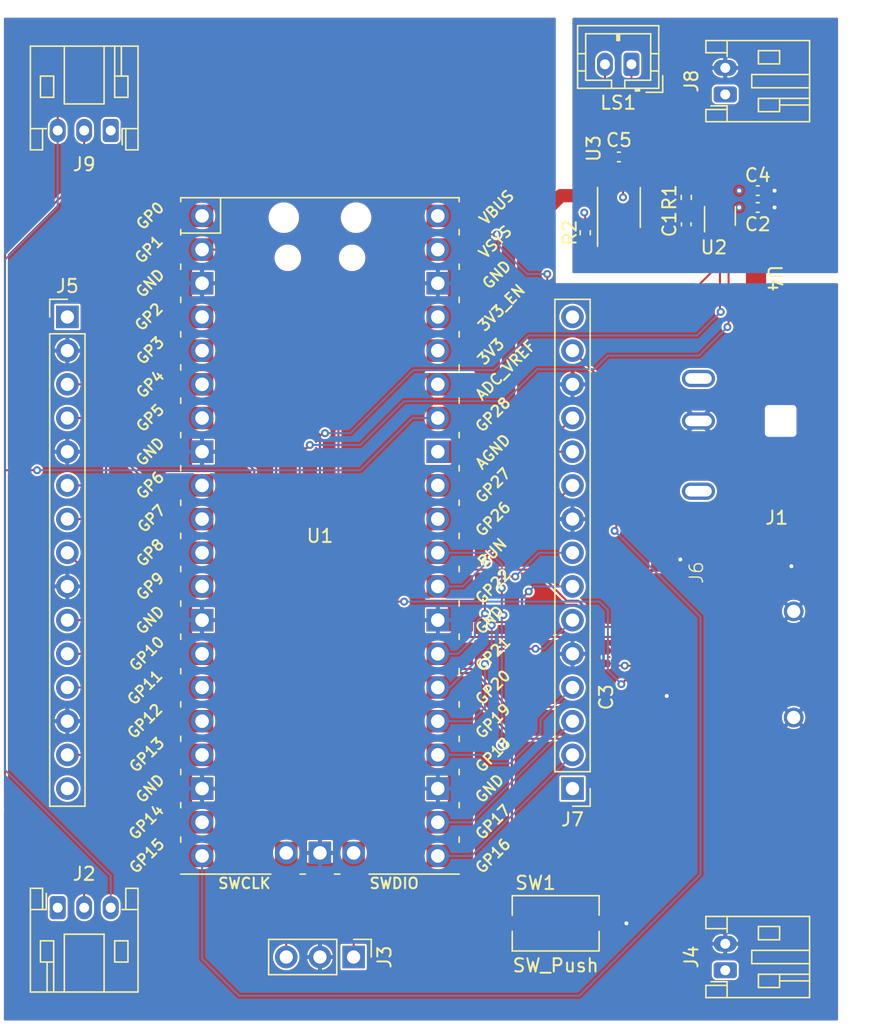
<source format=kicad_pcb>
(kicad_pcb (version 20221018) (generator pcbnew)
  (layers (0 "F.Cu" signal) (1 "In1.Cu" signal) (2 "In2.Cu" signal) (31 "B.Cu" signal) (34 "B.Paste" user) (35 "F.Paste" user) (36 "B.SilkS" user "B.Silkscreen") (37 "F.SilkS" user "F.Silkscreen") (38 "B.Mask" user) (39 "F.Mask" user) (44 "Edge.Cuts" user))
  (net 0 "")
  (net 1 "Net-(U3-IN+)")
  (net 2 "GNDA")
  (net 3 "+3.3V")
  (net 4 "+5V")
  (net 5 "GND")
  (net 7 "/SIG")
  (net 8 "/SWDIO")
  (net 9 "/SWCLK")
  (net 10 "/GP6")
  (net 11 "/GP7")
  (net 12 "/GP8")
  (net 13 "/GP9")
  (net 14 "/GP10")
  (net 15 "/GP11")
  (net 16 "/GP12")
  (net 17 "/GP13")
  (net 18 "/GP27")
  (net 20 "/mSD_CS")
  (net 21 "/SPI_COPI")
  (net 22 "/SPI_CLK")
  (net 23 "/SPI_CIPO")
  (net 25 "/SD_CD")
  (net 26 "/GP14")
  (net 27 "/GP15")
  (net 28 "/GP16")
  (net 29 "/GP17")
  (net 30 "/GP18")
  (net 31 "/GP19")
  (net 32 "/GP20")
  (net 33 "/GP21")
  (net 34 "/GP22")
  (net 35 "/GP26")
  (net 36 "Net-(U3-OUT+)")
  (net 37 "Net-(U3-OUT-)")
  (net 38 "Net-(U2-VOUT)")
  (net 39 "Net-(U3-~{SD})")
  (net 40 "Net-(U1-RUN)")
  (net 41 "/DAC_CS")
  (footprint "Connector_JST:JST_PH_S2B-PH-K_1x02_P2.00mm_Horizontal" (layer "F.Cu") (at 194.4 44.18 90)
    (fp_text reference "J8")
    (fp_text value "pwr_utilR")
  )
  (footprint "Connector_PinHeader_2.54mm:PinHeader_1x15_P2.54mm_Vertical" (layer "F.Cu") (at 182.88 96.52 180)
    (fp_text reference "J7")
    (fp_text value "Conn_01x15")
  )
  (footprint "Connector_JST:JST_PH_S3B-PH-K_1x03_P2.00mm_Horizontal" (layer "F.Cu") (at 148.05 46.9 180)
    (fp_text reference "J9")
    (fp_text value "sig")
  )
  (footprint "Connector_PinHeader_2.54mm:PinHeader_1x15_P2.54mm_Vertical" (layer "F.Cu") (at 144.78 60.96)
    (fp_text reference "J5")
    (fp_text value "Conn_01x15")
  )
  (footprint "Connector_PinHeader_2.54mm:PinHeader_1x03_P2.54mm_Vertical" (layer "F.Cu") (at 166.37 109.22 -90)
    (fp_text reference "J3")
    (fp_text value "swd")
  )
  (footprint "Connector_JST:JST_PH_B2B-PH-K_1x02_P2.00mm_Vertical" (layer "F.Cu") (at 187.325 41.91 180)
    (fp_text reference "LS1")
    (fp_text value "Speaker")
  )
  (footprint "Capacitor_SMD:C_0402_1005Metric" (layer "F.Cu") (at 191.46 53.975 -90)
    (fp_text reference "C1")
    (fp_text value "10n")
  )
  (footprint "JFHsd:GT-TF003-H0185-02" (layer "F.Cu") (at 188.81 94.56 90)
    (fp_text reference "J6")
    (fp_text value "Micro_SD_Card_Det1")
  )
  (footprint "Resistor_SMD:R_0402_1005Metric" (layer "F.Cu") (at 183.84 54.61 90)
    (fp_text reference "R2")
    (fp_text value "10k")
  )
  (footprint "Resistor_SMD:R_0402_1005Metric" (layer "F.Cu") (at 191.46 51.945 90)
    (fp_text reference "R1")
    (fp_text value "10k")
  )
  (footprint "MCU_RaspberryPi_and_Boards:RPi_Pico_SMD_TH" (layer "F.Cu") (at 163.83 77.47)
    (fp_text reference "U1")
    (fp_text value "Pico")
  )
  (footprint "Package_TO_SOT_SMD:Texas_R-PDSO-G6" (layer "F.Cu") (at 194 53.34 90)
    (fp_text reference "U2")
    (fp_text value "DAC8411")
  )
  (footprint "Capacitor_SMD:C_0402_1005Metric" (layer "F.Cu") (at 186.38 48.895 180)
    (fp_text reference "C5")
    (fp_text value "1u")
  )
  (footprint "Capacitor_SMD:C_0402_1005Metric" (layer "F.Cu") (at 196.85 51.435)
    (fp_text reference "C4")
    (fp_text value "1u")
  )
  (footprint "JFH=Connector_DC_Jack:DC-0440-2.5A-2.5" (layer "F.Cu") (at 192.38 68.8 180)
    (fp_text reference "J1")
    (fp_text value "Barrel_Jack_Switch")
    (fp_rect (start -7.1 0.9) (end -5.3 -0.9) (stroke (width 0.001)) (fill none) (layer "Edge.Cuts"))
  )
  (footprint "JFH=Connector_DC_Jack:gndstarpoint" (layer "F.Cu") (at 196.823 58.289 -90)
    (fp_text reference "U4")
    (fp_text value "GND_STARPOINT")
  )
  (footprint "Capacitor_SMD:C_0402_1005Metric" (layer "F.Cu") (at 196.85 52.705)
    (fp_text reference "C2")
    (fp_text value "0.1u")
  )
  (footprint "Connector_JST:JST_PH_S3B-PH-K_1x03_P2.00mm_Horizontal" (layer "F.Cu") (at 144.05 105.5)
    (fp_text reference "J2")
    (fp_text value "sig")
  )
  (footprint "Package_SO:MSOP-8_3x3mm_P0.65mm" (layer "F.Cu") (at 186.38 52.705 90)
    (fp_text reference "U3")
    (fp_text value "PAM8302AAD")
  )
  (footprint "Connector_JST:JST_PH_S2B-PH-K_1x02_P2.00mm_Horizontal" (layer "F.Cu") (at 194.4 110.22 90)
    (fp_text reference "J4")
    (fp_text value "pwr_utilL")
  )
  (footprint "Capacitor_SMD:C_0402_1005Metric" (layer "F.Cu") (at 185.42 86.614 90)
    (fp_text reference "C3")
    (fp_text value "0.1u")
  )
  (footprint "Buttons:PTS636 6.0x3.5 Button" (layer "F.Cu") (at 181.61 106.68)
    (fp_text reference "SW1")
    (fp_text value "SW_Push")
  )
  (gr_rect (start 139.7 38.1) (end 203.2 114.3) (stroke (width 0.001)) (fill none) (layer "Edge.Cuts"))
  (segment (start 190.246 53.086) (end 190.877 52.455) (width 0.2) (layer "F.Cu") (net 1))
  (segment (start 190.655 53.495) (end 190.246 53.086) (width 0.2) (layer "F.Cu") (net 1))
  (segment (start 187.198 53.086) (end 190.246 53.086) (width 0.2) (layer "F.Cu") (net 1))
  (segment (start 186.705 54.8175) (end 186.705 53.579) (width 0.2) (layer "F.Cu") (net 1))
  (segment (start 191.46 53.495) (end 190.655 53.495) (width 0.2) (layer "F.Cu") (net 1))
  (segment (start 190.877 52.455) (end 191.46 52.455) (width 0.2) (layer "F.Cu") (net 1))
  (segment (start 186.705 53.579) (end 187.198 53.086) (width 0.2) (layer "F.Cu") (net 1))
  (segment (start 178.054 55.753) (end 180.4035 53.4035) (width 1) (layer "F.Cu") (net 2))
  (segment (start 146.304 42.672) (end 170.688 42.672) (width 0.15) (layer "F.Cu") (net 2))
  (segment (start 172.72 71.12) (end 176.53 71.12) (width 1) (layer "F.Cu") (net 2))
  (segment (start 176.53 71.12) (end 178.054 69.596) (width 1) (layer "F.Cu") (net 2))
  (segment (start 178.054 69.596) (end 178.054 55.753) (width 1) (layer "F.Cu") (net 2))
  (segment (start 181.991 51.816) (end 183.388 51.816) (width 1) (layer "F.Cu") (net 2))
  (segment (start 180.4035 53.4035) (end 181.991 51.816) (width 1) (layer "F.Cu") (net 2))
  (segment (start 144.05 46.9) (end 144.05 44.926) (width 0.15) (layer "F.Cu") (net 2))
  (segment (start 144.05 44.926) (end 146.304 42.672) (width 0.15) (layer "F.Cu") (net 2))
  (segment (start 180.4035 52.3875) (end 180.4035 53.4035) (width 0.15) (layer "F.Cu") (net 2))
  (segment (start 170.688 42.672) (end 180.4035 52.3875) (width 0.15) (layer "F.Cu") (net 2))
  (via (at 198.12 52.705) (size 0.6) (drill 0.3) (layers "F.Cu" "B.Cu") (net 2))
  (via (at 198.12 51.435) (size 0.6) (drill 0.3) (layers "F.Cu" "B.Cu") (net 2))
  (segment (start 148.05 105.5) (end 148.05 103.092) (width 0.15) (layer "B.Cu") (net 2))
  (segment (start 140.075 56.642) (end 144.05 52.667) (width 0.15) (layer "B.Cu") (net 2))
  (segment (start 140.075 95.117) (end 140.075 56.642) (width 0.15) (layer "B.Cu") (net 2))
  (segment (start 148.05 103.092) (end 140.075 95.117) (width 0.15) (layer "B.Cu") (net 2))
  (segment (start 144.05 52.667) (end 144.05 46.9) (width 0.15) (layer "B.Cu") (net 2))
  (segment (start 186.8678 49.5046) (end 186.86 49.4968) (width 0.15) (layer "F.Cu") (net 3))
  (segment (start 183.84 53.157) (end 183.769 53.086) (width 0.15) (layer "F.Cu") (net 3))
  (segment (start 186.027 87.094) (end 186.182 87.249) (width 0.15) (layer "F.Cu") (net 3))
  (segment (start 185.42 87.094) (end 186.027 87.094) (width 0.15) (layer "F.Cu") (net 3))
  (segment (start 186.705 49.6674) (end 186.8678 49.5046) (width 0.15) (layer "F.Cu") (net 3))
  (segment (start 186.69 51.943) (end 186.69 50.6075) (width 0.15) (layer "F.Cu") (net 3))
  (segment (start 183.84 54.1) (end 183.84 53.157) (width 0.15) (layer "F.Cu") (net 3))
  (segment (start 186.705 50.5925) (end 186.705 49.6674) (width 0.15) (layer "F.Cu") (net 3))
  (segment (start 186.86 49.4968) (end 186.86 48.895) (width 0.15) (layer "F.Cu") (net 3))
  (segment (start 186.817 87.249) (end 186.828 87.26) (width 0.15) (layer "F.Cu") (net 3))
  (segment (start 186.69 50.6075) (end 186.705 50.5925) (width 0.15) (layer "F.Cu") (net 3))
  (segment (start 186.828 87.26) (end 188.56 87.26) (width 0.15) (layer "F.Cu") (net 3))
  (segment (start 186.182 87.249) (end 186.817 87.249) (width 0.15) (layer "F.Cu") (net 3))
  (via (at 195.453 51.435) (size 0.6) (drill 0.3) (layers "F.Cu" "B.Cu") (net 3))
  (via (at 186.69 51.943) (size 0.6) (drill 0.3) (layers "F.Cu" "B.Cu") (net 3))
  (via (at 186.817 87.249) (size 0.6) (drill 0.3) (layers "F.Cu" "B.Cu") (net 3))
  (via (at 183.769 53.086) (size 0.6) (drill 0.3) (layers "F.Cu" "B.Cu") (net 3))
  (via (at 195.453 52.705) (size 0.6) (drill 0.3) (layers "F.Cu" "B.Cu") (net 3))
  (segment (start 163.83 109.22) (end 163.83 101.37) (width 0.15) (layer "F.Cu") (net 5))
  (segment (start 188.635 89.535) (end 188.56 89.46) (width 0.15) (layer "F.Cu") (net 5))
  (segment (start 186.944 106.68) (end 184.9107 106.68) (width 0.15) (layer "F.Cu") (net 5))
  (segment (start 189.992 89.535) (end 188.635 89.535) (width 0.15) (layer "F.Cu") (net 5))
  (via (at 191.008 79.248) (size 0.6) (drill 0.3) (layers "F.Cu" "B.Cu") (net 5))
  (via (at 186.944 106.68) (size 0.6) (drill 0.3) (layers "F.Cu" "B.Cu") (net 5))
  (via (at 189.992 89.535) (size 0.6) (drill 0.3) (layers "F.Cu" "B.Cu") (net 5))
  (via (at 199.39 79.756) (size 0.6) (drill 0.3) (layers "F.Cu" "B.Cu") (net 5))
  (segment (start 142.494 72.517) (end 140.075 72.517) (width 0.15) (layer "F.Cu") (net 7))
  (segment (start 146.05 103.886) (end 140.075 97.911) (width 0.15) (layer "F.Cu") (net 7))
  (segment (start 146.05 105.5) (end 146.05 103.886) (width 0.15) (layer "F.Cu") (net 7))
  (segment (start 140.075 97.911) (end 140.075 72.517) (width 0.15) (layer "F.Cu") (net 7))
  (segment (start 140.075 56.14) (end 146.05 50.165) (width 0.15) (layer "F.Cu") (net 7))
  (segment (start 140.075 72.517) (end 140.075 56.14) (width 0.15) (layer "F.Cu") (net 7))
  (segment (start 146.05 50.165) (end 146.05 46.9) (width 0.15) (layer "F.Cu") (net 7))
  (via (at 142.494 72.517) (size 0.6) (drill 0.3) (layers "F.Cu" "B.Cu") (net 7))
  (segment (start 166.878 72.517) (end 142.494 72.517) (width 0.15) (layer "B.Cu") (net 7))
  (segment (start 170.18 69.215) (end 166.878 72.517) (width 0.15) (layer "B.Cu") (net 7))
  (segment (start 170.815 68.58) (end 170.18 69.215) (width 0.15) (layer "B.Cu") (net 7))
  (segment (start 172.72 68.58) (end 170.815 68.58) (width 0.15) (layer "B.Cu") (net 7))
  (segment (start 166.37 109.22) (end 166.37 101.37) (width 0.15) (layer "F.Cu") (net 8))
  (segment (start 161.29 109.22) (end 161.29 101.37) (width 0.15) (layer "F.Cu") (net 9))
  (segment (start 144.78 66.04) (end 147.066 66.04) (width 0.15) (layer "F.Cu") (net 10))
  (segment (start 147.066 66.04) (end 149.098 68.072) (width 0.15) (layer "F.Cu") (net 10))
  (segment (start 149.098 71.755) (end 151.003 73.66) (width 0.15) (layer "F.Cu") (net 10))
  (segment (start 149.098 68.072) (end 149.098 71.755) (width 0.15) (layer "F.Cu") (net 10))
  (segment (start 151.003 73.66) (end 154.94 73.66) (width 0.15) (layer "F.Cu") (net 10))
  (segment (start 147.701 73.025) (end 150.876 76.2) (width 0.15) (layer "F.Cu") (net 11))
  (segment (start 146.431 68.58) (end 147.701 69.85) (width 0.15) (layer "F.Cu") (net 11))
  (segment (start 147.701 69.85) (end 147.701 73.025) (width 0.15) (layer "F.Cu") (net 11))
  (segment (start 150.876 76.2) (end 154.94 76.2) (width 0.15) (layer "F.Cu") (net 11))
  (segment (start 144.78 68.58) (end 146.431 68.58) (width 0.15) (layer "F.Cu") (net 11))
  (segment (start 148.844 75.565) (end 148.844 77.597) (width 0.15) (layer "F.Cu") (net 12))
  (segment (start 148.844 77.597) (end 149.987 78.74) (width 0.15) (layer "F.Cu") (net 12))
  (segment (start 149.987 78.74) (end 154.94 78.74) (width 0.15) (layer "F.Cu") (net 12))
  (segment (start 146.939 73.66) (end 148.844 75.565) (width 0.15) (layer "F.Cu") (net 12))
  (segment (start 144.78 73.66) (end 146.939 73.66) (width 0.15) (layer "F.Cu") (net 12))
  (segment (start 149.098 81.28) (end 154.94 81.28) (width 0.15) (layer "F.Cu") (net 13))
  (segment (start 147.701 79.883) (end 149.098 81.28) (width 0.15) (layer "F.Cu") (net 13))
  (segment (start 144.78 76.2) (end 146.304 76.2) (width 0.15) (layer "F.Cu") (net 13))
  (segment (start 146.304 76.2) (end 147.701 77.597) (width 0.15) (layer "F.Cu") (net 13))
  (segment (start 147.701 77.597) (end 147.701 79.883) (width 0.15) (layer "F.Cu") (net 13))
  (segment (start 154.94 86.36) (end 152.4 86.36) (width 0.15) (layer "F.Cu") (net 14))
  (segment (start 152.4 86.36) (end 144.78 78.74) (width 0.15) (layer "F.Cu") (net 14))
  (segment (start 151.13 88.9) (end 146.05 83.82) (width 0.15) (layer "F.Cu") (net 15))
  (segment (start 146.05 83.82) (end 144.78 83.82) (width 0.15) (layer "F.Cu") (net 15))
  (segment (start 154.94 88.9) (end 151.13 88.9) (width 0.15) (layer "F.Cu") (net 15))
  (segment (start 154.94 91.44) (end 151.765 91.44) (width 0.15) (layer "F.Cu") (net 16))
  (segment (start 151.765 91.44) (end 146.685 86.36) (width 0.15) (layer "F.Cu") (net 16))
  (segment (start 146.685 86.36) (end 144.78 86.36) (width 0.15) (layer "F.Cu") (net 16))
  (segment (start 145.923 88.9) (end 144.78 88.9) (width 0.15) (layer "F.Cu") (net 17))
  (segment (start 154.94 93.98) (end 151.003 93.98) (width 0.15) (layer "F.Cu") (net 17))
  (segment (start 151.003 93.98) (end 145.923 88.9) (width 0.15) (layer "F.Cu") (net 17))
  (segment (start 176.911 73.66) (end 178.054 72.517) (width 0.15) (layer "F.Cu") (net 18))
  (segment (start 178.054 72.517) (end 178.943 72.517) (width 0.15) (layer "F.Cu") (net 18))
  (segment (start 172.72 73.66) (end 176.911 73.66) (width 0.15) (layer "F.Cu") (net 18))
  (segment (start 178.943 72.517) (end 182.88 68.58) (width 0.15) (layer "F.Cu") (net 18))
  (segment (start 188.56 85.06) (end 188.11 85.06) (width 0.15) (layer "F.Cu") (net 20))
  (segment (start 185.293 84.328) (end 183.32 82.355) (width 0.15) (layer "F.Cu") (net 20))
  (segment (start 165.227 78.486) (end 165.227 63.246) (width 0.15) (layer "F.Cu") (net 20))
  (segment (start 166.751 80.01) (end 165.227 78.486) (width 0.15) (layer "F.Cu") (net 20))
  (segment (start 157.861 55.88) (end 154.94 55.88) (width 0.15) (layer "F.Cu") (net 20))
  (segment (start 182.43472 82.355) (end 180.08972 80.01) (width 0.15) (layer "F.Cu") (net 20))
  (segment (start 180.08972 80.01) (end 166.751 80.01) (width 0.15) (layer "F.Cu") (net 20))
  (segment (start 188.11 85.06) (end 187.378 84.328) (width 0.15) (layer "F.Cu") (net 20))
  (segment (start 165.227 63.246) (end 157.861 55.88) (width 0.15) (layer "F.Cu") (net 20))
  (segment (start 183.32 82.355) (end 182.43472 82.355) (width 0.15) (layer "F.Cu") (net 20))
  (segment (start 187.378 84.328) (end 185.293 84.328) (width 0.15) (layer "F.Cu") (net 20))
  (segment (start 162.306 70.866) (end 162.306 81.534) (width 0.15) (layer "F.Cu") (net 21))
  (segment (start 186.436 85.09) (end 187.506 86.16) (width 0.15) (layer "F.Cu") (net 21))
  (segment (start 187.506 86.16) (end 188.56 86.16) (width 0.15) (layer "F.Cu") (net 21))
  (segment (start 194.65 61.636) (end 194.65 54.44) (width 0.15) (layer "F.Cu") (net 21))
  (segment (start 162.814 70.866) (end 163.068 70.612) (width 0.15) (layer "F.Cu") (net 21))
  (segment (start 194.564 61.722) (end 194.65 61.636) (width 0.15) (layer "F.Cu") (net 21))
  (segment (start 154.94 63.5) (end 162.306 70.866) (width 0.15) (layer "F.Cu") (net 21))
  (segment (start 165.862 85.09) (end 186.436 85.09) (width 0.15) (layer "F.Cu") (net 21))
  (segment (start 162.306 70.866) (end 162.814 70.866) (width 0.15) (layer "F.Cu") (net 21))
  (segment (start 162.306 81.534) (end 165.862 85.09) (width 0.15) (layer "F.Cu") (net 21))
  (via (at 163.068 70.612) (size 0.6) (drill 0.3) (layers "F.Cu" "B.Cu") (net 21))
  (via (at 194.564 61.722) (size 0.6) (drill 0.3) (layers "F.Cu" "B.Cu") (net 21))
  (segment (start 170.18 67.31) (end 166.878 70.612) (width 0.15) (layer "B.Cu") (net 21))
  (segment (start 180.213 64.897) (end 177.8 67.31) (width 0.15) (layer "B.Cu") (net 21))
  (segment (start 185.547 63.881) (end 184.531 64.897) (width 0.15) (layer "B.Cu") (net 21))
  (segment (start 194.564 61.722) (end 192.405 63.881) (width 0.15) (layer "B.Cu") (net 21))
  (segment (start 192.405 63.881) (end 185.547 63.881) (width 0.15) (layer "B.Cu") (net 21))
  (segment (start 184.531 64.897) (end 180.213 64.897) (width 0.15) (layer "B.Cu") (net 21))
  (segment (start 177.8 67.31) (end 170.18 67.31) (width 0.15) (layer "B.Cu") (net 21))
  (segment (start 166.878 70.612) (end 163.068 70.612) (width 0.15) (layer "B.Cu") (net 21))
  (segment (start 194.056 60.579) (end 194 60.523) (width 0.15) (layer "F.Cu") (net 22))
  (segment (start 163.83 69.85) (end 164.084 69.85) (width 0.15) (layer "F.Cu") (net 22))
  (segment (start 154.94 60.96) (end 163.83 69.85) (width 0.15) (layer "F.Cu") (net 22))
  (segment (start 163.83 69.85) (end 163.83 77.343) (width 0.15) (layer "F.Cu") (net 22))
  (segment (start 164.084 69.85) (end 164.211 69.723) (width 0.15) (layer "F.Cu") (net 22))
  (segment (start 163.83 79.883) (end 166.37 82.423) (width 0.15) (layer "F.Cu") (net 22))
  (segment (start 186.849 88.36) (end 188.56 88.36) (width 0.15) (layer "F.Cu") (net 22))
  (segment (start 194 60.523) (end 194 54.44) (width 0.15) (layer "F.Cu") (net 22))
  (segment (start 166.37 82.423) (end 170.18 82.423) (width 0.15) (layer "F.Cu") (net 22))
  (segment (start 163.83 77.343) (end 163.83 79.883) (width 0.15) (layer "F.Cu") (net 22))
  (segment (start 186.563 88.646) (end 186.849 88.36) (width 0.15) (layer "F.Cu") (net 22))
  (via (at 194.056 60.579) (size 0.6) (drill 0.3) (layers "F.Cu" "B.Cu") (net 22))
  (via (at 164.211 69.723) (size 0.6) (drill 0.3) (layers "F.Cu" "B.Cu") (net 22))
  (via (at 170.18 82.423) (size 0.6) (drill 0.3) (layers "F.Cu" "B.Cu") (net 22))
  (via (at 186.563 88.646) (size 0.6) (drill 0.3) (layers "F.Cu" "B.Cu") (net 22))
  (segment (start 184.912 82.423) (end 185.547 83.058) (width 0.15) (layer "B.Cu") (net 22))
  (segment (start 176.97 64.965) (end 179.578 62.357) (width 0.15) (layer "B.Cu") (net 22))
  (segment (start 179.578 62.357) (end 192.278 62.357) (width 0.15) (layer "B.Cu") (net 22))
  (segment (start 185.547 83.058) (end 185.547 87.63) (width 0.15) (layer "B.Cu") (net 22))
  (segment (start 170.874 64.965) (end 176.97 64.965) (width 0.15) (layer "B.Cu") (net 22))
  (segment (start 192.278 62.357) (end 194.056 60.579) (width 0.15) (layer "B.Cu") (net 22))
  (segment (start 185.547 87.63) (end 186.563 88.646) (width 0.15) (layer "B.Cu") (net 22))
  (segment (start 170.18 82.423) (end 184.912 82.423) (width 0.15) (layer "B.Cu") (net 22))
  (segment (start 166.116 69.723) (end 170.874 64.965) (width 0.15) (layer "B.Cu") (net 22))
  (segment (start 164.211 69.723) (end 166.116 69.723) (width 0.15) (layer "B.Cu") (net 22))
  (segment (start 185.996 90.365) (end 186.191 90.56) (width 0.15) (layer "F.Cu") (net 23))
  (segment (start 177.995 90.365) (end 185.996 90.365) (width 0.15) (layer "F.Cu") (net 23))
  (segment (start 160.528 83.058) (end 164.973 87.503) (width 0.15) (layer "F.Cu") (net 23))
  (segment (start 164.973 87.503) (end 175.273 87.503) (width 0.15) (layer "F.Cu") (net 23))
  (segment (start 160.528 71.628) (end 160.528 83.058) (width 0.15) (layer "F.Cu") (net 23))
  (segment (start 186.191 90.56) (end 188.56 90.56) (width 0.15) (layer "F.Cu") (net 23))
  (segment (start 154.94 66.04) (end 160.528 71.628) (width 0.15) (layer "F.Cu") (net 23))
  (segment (start 176.53 88.76) (end 176.53 88.9) (width 0.15) (layer "F.Cu") (net 23))
  (segment (start 176.53 88.9) (end 177.995 90.365) (width 0.15) (layer "F.Cu") (net 23))
  (segment (start 175.273 87.503) (end 176.53 88.76) (width 0.15) (layer "F.Cu") (net 23))
  (segment (start 158.877 72.517) (end 158.877 84.573) (width 0.15) (layer "F.Cu") (net 25))
  (segment (start 178.485 92.76) (end 188.56 92.76) (width 0.15) (layer "F.Cu") (net 25))
  (segment (start 154.94 68.58) (end 158.877 72.517) (width 0.15) (layer "F.Cu") (net 25))
  (segment (start 164.601 90.297) (end 176.022 90.297) (width 0.15) (layer "F.Cu") (net 25))
  (segment (start 158.877 84.573) (end 164.601 90.297) (width 0.15) (layer "F.Cu") (net 25))
  (segment (start 176.022 90.297) (end 178.485 92.76) (width 0.15) (layer "F.Cu") (net 25))
  (segment (start 145.923 93.98) (end 144.78 93.98) (width 0.15) (layer "F.Cu") (net 26))
  (segment (start 154.94 99.06) (end 151.003 99.06) (width 0.15) (layer "F.Cu") (net 26))
  (segment (start 151.003 99.06) (end 145.923 93.98) (width 0.15) (layer "F.Cu") (net 26))
  (segment (start 182.88 63.5) (end 186.182 66.802) (width 0.15) (layer "F.Cu") (net 27))
  (segment (start 186.182 70.993) (end 186.182 76.962) (width 0.15) (layer "F.Cu") (net 27))
  (segment (start 186.182 66.802) (end 186.182 70.993) (width 0.15) (layer "F.Cu") (net 27))
  (segment (start 186.182 76.962) (end 186.055 77.089) (width 0.15) (layer "F.Cu") (net 27))
  (via (at 186.055 77.089) (size 0.6) (drill 0.3) (layers "F.Cu" "B.Cu") (net 27))
  (segment (start 183.388 112.141) (end 157.734 112.141) (width 0.15) (layer "B.Cu") (net 27))
  (segment (start 154.94 109.347) (end 154.94 101.6) (width 0.15) (layer "B.Cu") (net 27))
  (segment (start 192.532 102.997) (end 183.388 112.141) (width 0.15) (layer "B.Cu") (net 27))
  (segment (start 186.055 77.089) (end 192.532 83.566) (width 0.15) (layer "B.Cu") (net 27))
  (segment (start 157.734 112.141) (end 154.94 109.347) (width 0.15) (layer "B.Cu") (net 27))
  (segment (start 192.532 83.566) (end 192.532 102.997) (width 0.15) (layer "B.Cu") (net 27))
  (segment (start 182.88 93.98) (end 175.26 101.6) (width 0.15) (layer "B.Cu") (net 28))
  (segment (start 175.26 101.6) (end 172.72 101.6) (width 0.15) (layer "B.Cu") (net 28))
  (segment (start 182.88 91.44) (end 175.26 99.06) (width 0.15) (layer "B.Cu") (net 29))
  (segment (start 175.26 99.06) (end 172.72 99.06) (width 0.15) (layer "B.Cu") (net 29))
  (segment (start 178.181 94.615) (end 180.467 92.329) (width 0.15) (layer "B.Cu") (net 30))
  (segment (start 180.467 92.329) (end 180.467 91.313) (width 0.15) (layer "B.Cu") (net 30))
  (segment (start 172.72 93.98) (end 176.022 93.98) (width 0.15) (layer "B.Cu") (net 30))
  (segment (start 176.657 94.615) (end 178.181 94.615) (width 0.15) (layer "B.Cu") (net 30))
  (segment (start 180.467 91.313) (end 182.88 88.9) (width 0.15) (layer "B.Cu") (net 30))
  (segment (start 176.022 93.98) (end 176.657 94.615) (width 0.15) (layer "B.Cu") (net 30))
  (segment (start 177.419 85.979) (end 180.086 85.979) (width 0.15) (layer "F.Cu") (net 31))
  (segment (start 176.276 87.122) (end 177.419 85.979) (width 0.15) (layer "F.Cu") (net 31))
  (via (at 176.276 87.122) (size 0.6) (drill 0.3) (layers "F.Cu" "B.Cu") (net 31))
  (via (at 180.086 85.979) (size 0.6) (drill 0.3) (layers "F.Cu" "B.Cu") (net 31))
  (segment (start 180.086 85.979) (end 180.721 85.979) (width 0.15) (layer "B.Cu") (net 31))
  (segment (start 175.26 91.44) (end 175.895 90.805) (width 0.15) (layer "B.Cu") (net 31))
  (segment (start 176.276 90.424) (end 176.276 87.122) (width 0.15) (layer "B.Cu") (net 31))
  (segment (start 175.895 90.805) (end 176.276 90.424) (width 0.15) (layer "B.Cu") (net 31))
  (segment (start 180.721 85.979) (end 182.88 83.82) (width 0.15) (layer "B.Cu") (net 31))
  (segment (start 172.72 91.44) (end 175.26 91.44) (width 0.15) (layer "B.Cu") (net 31))
  (segment (start 179.07 82.169) (end 179.578 81.661) (width 0.15) (layer "F.Cu") (net 32))
  (segment (start 178.672 83.964) (end 179.07 83.566) (width 0.15) (layer "F.Cu") (net 32))
  (segment (start 179.07 83.566) (end 179.07 82.169) (width 0.15) (layer "F.Cu") (net 32))
  (segment (start 176.784 84.201) (end 177.021 83.964) (width 0.15) (layer "F.Cu") (net 32))
  (segment (start 177.021 83.964) (end 178.672 83.964) (width 0.15) (layer "F.Cu") (net 32))
  (via (at 176.784 84.201) (size 0.6) (drill 0.3) (layers "F.Cu" "B.Cu") (net 32))
  (via (at 179.578 81.661) (size 0.6) (drill 0.3) (layers "F.Cu" "B.Cu") (net 32))
  (segment (start 179.959 81.28) (end 182.88 81.28) (width 0.15) (layer "B.Cu") (net 32))
  (segment (start 179.578 81.661) (end 179.959 81.28) (width 0.15) (layer "B.Cu") (net 32))
  (segment (start 176.784 85.725) (end 173.609 88.9) (width 0.15) (layer "B.Cu") (net 32))
  (segment (start 176.784 84.201) (end 176.784 85.725) (width 0.15) (layer "B.Cu") (net 32))
  (segment (start 173.609 88.9) (end 172.72 88.9) (width 0.15) (layer "B.Cu") (net 32))
  (segment (start 176.276 83.312) (end 176.276 81.661) (width 0.15) (layer "F.Cu") (net 33))
  (segment (start 176.403 81.534) (end 177.4025 80.5345) (width 0.15) (layer "F.Cu") (net 33))
  (segment (start 177.4025 80.5345) (end 178.562 80.5345) (width 0.15) (layer "F.Cu") (net 33))
  (segment (start 176.276 81.661) (end 176.403 81.534) (width 0.15) (layer "F.Cu") (net 33))
  (via (at 178.562 80.5345) (size 0.6) (drill 0.3) (layers "F.Cu" "B.Cu") (net 33))
  (via (at 176.276 83.312) (size 0.6) (drill 0.3) (layers "F.Cu" "B.Cu") (net 33))
  (segment (start 178.562 80.5345) (end 180.3565 78.74) (width 0.15) (layer "B.Cu") (net 33))
  (segment (start 174.244 86.36) (end 175.514 85.09) (width 0.15) (layer "B.Cu") (net 33))
  (segment (start 175.514 84.074) (end 176.276 83.312) (width 0.15) (layer "B.Cu") (net 33))
  (segment (start 172.72 86.36) (end 174.244 86.36) (width 0.15) (layer "B.Cu") (net 33))
  (segment (start 180.3565 78.74) (end 182.88 78.74) (width 0.15) (layer "B.Cu") (net 33))
  (segment (start 175.514 85.09) (end 175.514 84.074) (width 0.15) (layer "B.Cu") (net 33))
  (segment (start 176.403 78.994) (end 178.689 76.708) (width 0.15) (layer "F.Cu") (net 34))
  (segment (start 176.403 79.4855) (end 176.403 78.994) (width 0.15) (layer "F.Cu") (net 34))
  (segment (start 179.832 76.708) (end 182.88 73.66) (width 0.15) (layer "F.Cu") (net 34))
  (segment (start 178.689 76.708) (end 179.832 76.708) (width 0.15) (layer "F.Cu") (net 34))
  (via (at 176.403 79.4855) (size 0.6) (drill 0.3) (layers "F.Cu" "B.Cu") (net 34))
  (segment (start 172.72 81.28) (end 174.6085 81.28) (width 0.15) (layer "B.Cu") (net 34))
  (segment (start 174.6085 81.28) (end 176.403 79.4855) (width 0.15) (layer "B.Cu") (net 34))
  (segment (start 181.61 71.12) (end 182.88 71.12) (width 0.15) (layer "F.Cu") (net 35))
  (segment (start 179.324 73.406) (end 181.61 71.12) (width 0.15) (layer "F.Cu") (net 35))
  (segment (start 179.324 74.295) (end 179.324 73.406) (width 0.15) (layer "F.Cu") (net 35))
  (segment (start 177.419 76.2) (end 179.324 74.295) (width 0.15) (layer "F.Cu") (net 35))
  (segment (start 172.72 76.2) (end 177.419 76.2) (width 0.15) (layer "F.Cu") (net 35))
  (segment (start 187.325 45.9994) (end 187.325 41.91) (width 0.15) (layer "F.Cu") (net 36))
  (segment (start 187.5028 49.53) (end 187.5028 46.1772) (width 0.15) (layer "F.Cu") (net 36))
  (segment (start 187.355 49.6778) (end 187.5028 49.53) (width 0.15) (layer "F.Cu") (net 36))
  (segment (start 187.5028 46.1772) (end 187.325 45.9994) (width 0.15) (layer "F.Cu") (net 36))
  (segment (start 187.355 50.5925) (end 187.355 49.6778) (width 0.15) (layer "F.Cu") (net 36))
  (segment (start 185.405 49.5912) (end 185.1406 49.3268) (width 0.15) (layer "F.Cu") (net 37))
  (segment (start 185.1406 46.1899) (end 185.325 46.0055) (width 0.15) (layer "F.Cu") (net 37))
  (segment (start 185.405 50.5925) (end 185.405 49.5912) (width 0.15) (layer "F.Cu") (net 37))
  (segment (start 185.325 46.0055) (end 185.325 41.91) (width 0.15) (layer "F.Cu") (net 37))
  (segment (start 185.1406 49.3268) (end 185.1406 46.1899) (width 0.15) (layer "F.Cu") (net 37))
  (segment (start 193.025 51.435) (end 191.46 51.435) (width 0.2) (layer "F.Cu") (net 38))
  (segment (start 193.35 52.24) (end 193.35 51.76) (width 0.2) (layer "F.Cu") (net 38))
  (segment (start 193.35 51.76) (end 193.025 51.435) (width 0.2) (layer "F.Cu") (net 38))
  (segment (start 183.84 55.12) (end 183.84 56.078) (width 0.2) (layer "F.Cu") (net 39))
  (segment (start 185.405 56.149) (end 185.405 54.8175) (width 0.2) (layer "F.Cu") (net 39))
  (segment (start 185.166 56.388) (end 185.405 56.149) (width 0.2) (layer "F.Cu") (net 39))
  (segment (start 183.84 56.078) (end 184.15 56.388) (width 0.2) (layer "F.Cu") (net 39))
  (segment (start 184.15 56.388) (end 185.166 56.388) (width 0.2) (layer "F.Cu") (net 39))
  (segment (start 178.3093 93.9813) (end 177.546 93.218) (width 0.15) (layer "F.Cu") (net 40))
  (segment (start 177.546 83.312) (end 177.546 81.407) (width 0.15) (layer "F.Cu") (net 40))
  (segment (start 178.3093 106.68) (end 178.3093 93.9813) (width 0.15) (layer "F.Cu") (net 40))
  (segment (start 177.673 83.439) (end 177.546 83.312) (width 0.15) (layer "F.Cu") (net 40))
  (via (at 177.673 83.439) (size 0.6) (drill 0.3) (layers "F.Cu" "B.Cu") (net 40))
  (via (at 177.546 93.218) (size 0.6) (drill 0.3) (layers "F.Cu" "B.Cu") (net 40))
  (via (at 177.546 81.407) (size 0.6) (drill 0.3) (layers "F.Cu" "B.Cu") (net 40))
  (segment (start 177.546 81.407) (end 177.546 79.629) (width 0.15) (layer "B.Cu") (net 40))
  (segment (start 177.546 79.629) (end 176.657 78.74) (width 0.15) (layer "B.Cu") (net 40))
  (segment (start 177.546 83.566) (end 177.546 93.218) (width 0.15) (layer "B.Cu") (net 40))
  (segment (start 177.673 83.439) (end 177.546 83.566) (width 0.15) (layer "B.Cu") (net 40))
  (segment (start 176.657 78.74) (end 172.72 78.74) (width 0.15) (layer "B.Cu") (net 40))
  (segment (start 193.35 57.602) (end 192.024 58.928) (width 0.15) (layer "F.Cu") (net 41))
  (segment (start 181.356 58.928) (end 180.975 58.547) (width 0.15) (layer "F.Cu") (net 41))
  (segment (start 156.337 54.737) (end 177.165 54.737) (width 0.15) (layer "F.Cu") (net 41))
  (segment (start 193.35 54.44) (end 193.35 57.602) (width 0.15) (layer "F.Cu") (net 41))
  (segment (start 192.024 58.928) (end 181.356 58.928) (width 0.15) (layer "F.Cu") (net 41))
  (segment (start 180.975 58.547) (end 180.975 57.7245) (width 0.15) (layer "F.Cu") (net 41))
  (segment (start 154.94 53.34) (end 156.337 54.737) (width 0.15) (layer "F.Cu") (net 41))
  (via (at 177.165 54.737) (size 0.6) (drill 0.3) (layers "F.Cu" "B.Cu") (net 41))
  (via (at 180.975 57.7245) (size 0.6) (drill 0.3) (layers "F.Cu" "B.Cu") (net 41))
  (segment (start 177.292 54.737) (end 177.165 54.737) (width 0.15) (layer "B.Cu") (net 41))
  (segment (start 180.975 57.7245) (end 179.457 57.7245) (width 0.15) (layer "B.Cu") (net 41))
  (segment (start 179.457 57.7245) (end 177.292 55.5595) (width 0.15) (layer "B.Cu") (net 41))
  (segment (start 177.292 55.5595) (end 177.292 54.737) (width 0.15) (layer "B.Cu") (net 41))
  (zone (net 3) (net_name "+3.3V") (layer "F.Cu") (priority 2) (connect_pads (clearance 0)) (min_thickness 0.13) (fill yes (thermal_gap 0.13) (thermal_bridge_width 0.3))
    (polygon (pts (xy 194.31 50.8) (xy 196.85 50.8) (xy 196.85 53.34) (xy 194.31 53.34)))
  )
  (zone (net 2) (net_name "GNDA") (layers "F.Cu" "In1.Cu" "B.Cu") (connect_pads (clearance 0.15)) (min_thickness 0.15) (fill yes (thermal_gap 0.13) (thermal_bridge_width 0.3))
    (polygon (pts (xy 182.88 57.658) (xy 182.88 38.1) (xy 203.2 38.1) (xy 203.2 57.658)))
  )
  (zone (net 5) (net_name "GND") (layers "F.Cu" "In1.Cu" "B.Cu") (connect_pads (clearance 0)) (min_thickness 0.13) (fill yes (thermal_gap 0.13) (thermal_bridge_width 0.3))
    (polygon (pts (xy 203.2 58.42) (xy 181.61 58.42) (xy 181.61 38.1) (xy 139.7 38.1) (xy 139.7 114.3) (xy 203.2 114.3)))
  )
)
</source>
